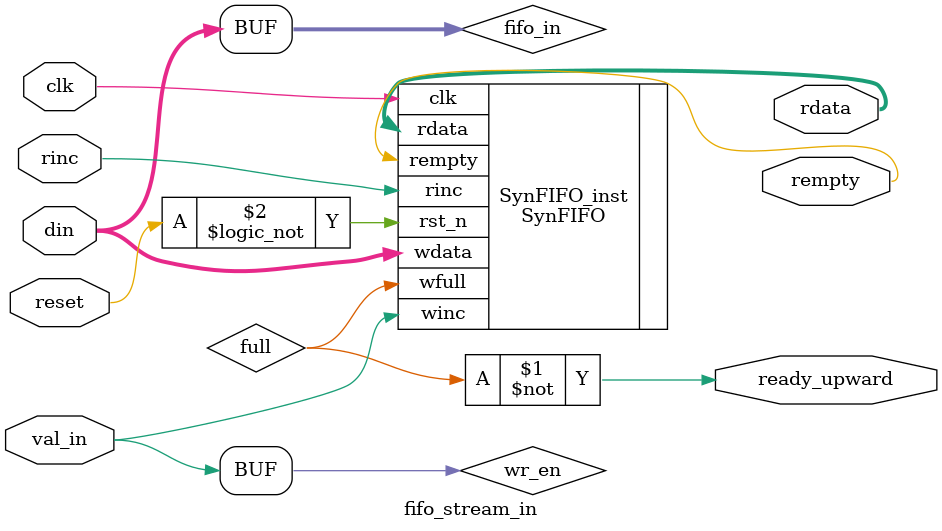
<source format=v>
`timescale 1ns / 1ps


module fifo_stream_in #(
    parameter PAYLOAD_BITS = 32,
    parameter NUM_BRAM_ADDR_BITS = 9,
    localparam FIFO_DEPTH = (2**NUM_BRAM_ADDR_BITS)
    )(
    input clk,
    input reset,
    input [PAYLOAD_BITS-1:0] din,
    input val_in,
    output ready_upward,
    output [PAYLOAD_BITS-1:0] rdata,
    output rempty,
    input rinc
    );


wire full;
wire wr_en;

wire [PAYLOAD_BITS-1:0] fifo_in;


assign ready_upward = ~full;
assign wr_en = val_in;
assign fifo_in = din;


SynFIFO SynFIFO_inst (
	.clk(clk),
	.rst_n(!reset),
	.rdata(rdata), 
	.wfull(full), 
	.rempty(rempty), 
	.wdata(fifo_in),
	.winc(wr_en), 
	.rinc(rinc)
	);
	



endmodule

</source>
